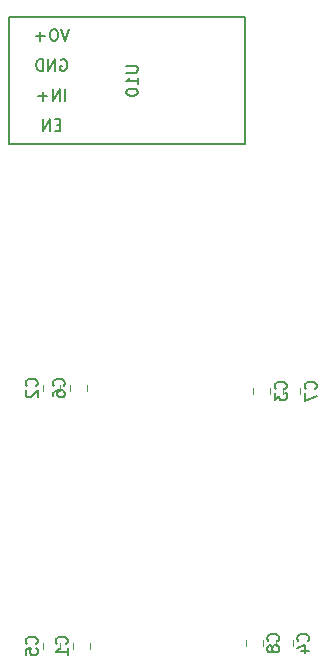
<source format=gbr>
G04 #@! TF.GenerationSoftware,KiCad,Pcbnew,5.0.0-fee4fd1~66~ubuntu18.04.1*
G04 #@! TF.CreationDate,2018-09-15T17:45:39+02:00*
G04 #@! TF.ProjectId,new-joy-board,6E65772D6A6F792D626F6172642E6B69,rev?*
G04 #@! TF.SameCoordinates,Original*
G04 #@! TF.FileFunction,Legend,Bot*
G04 #@! TF.FilePolarity,Positive*
%FSLAX46Y46*%
G04 Gerber Fmt 4.6, Leading zero omitted, Abs format (unit mm)*
G04 Created by KiCad (PCBNEW 5.0.0-fee4fd1~66~ubuntu18.04.1) date Sat Sep 15 17:45:39 2018*
%MOMM*%
%LPD*%
G01*
G04 APERTURE LIST*
%ADD10C,0.150000*%
%ADD11C,0.120000*%
G04 APERTURE END LIST*
D10*
G04 #@! TO.C,U10*
X92235000Y-33975000D02*
X92235000Y-23175000D01*
X92235000Y-23175000D02*
X112235000Y-23175000D01*
X112235000Y-23175000D02*
X112235000Y-33975000D01*
X112235000Y-33975000D02*
X92235000Y-33975000D01*
D11*
G04 #@! TO.C,C1*
X99135000Y-76183748D02*
X99135000Y-76706252D01*
X97715000Y-76183748D02*
X97715000Y-76706252D01*
G04 #@! TO.C,C2*
X96595000Y-54348748D02*
X96595000Y-54871252D01*
X95175000Y-54348748D02*
X95175000Y-54871252D01*
G04 #@! TO.C,C3*
X112955000Y-55116252D02*
X112955000Y-54593748D01*
X114375000Y-55116252D02*
X114375000Y-54593748D01*
G04 #@! TO.C,C4*
X114860000Y-76461252D02*
X114860000Y-75938748D01*
X116280000Y-76461252D02*
X116280000Y-75938748D01*
G04 #@! TO.C,C5*
X95175000Y-76183748D02*
X95175000Y-76706252D01*
X96595000Y-76183748D02*
X96595000Y-76706252D01*
G04 #@! TO.C,C6*
X97470000Y-54348748D02*
X97470000Y-54871252D01*
X98890000Y-54348748D02*
X98890000Y-54871252D01*
G04 #@! TO.C,C7*
X116915000Y-55116252D02*
X116915000Y-54593748D01*
X115495000Y-55116252D02*
X115495000Y-54593748D01*
G04 #@! TO.C,C8*
X113740000Y-76461252D02*
X113740000Y-75938748D01*
X112320000Y-76461252D02*
X112320000Y-75938748D01*
G04 #@! TO.C,U10*
D10*
X102187380Y-27336904D02*
X102996904Y-27336904D01*
X103092142Y-27384523D01*
X103139761Y-27432142D01*
X103187380Y-27527380D01*
X103187380Y-27717857D01*
X103139761Y-27813095D01*
X103092142Y-27860714D01*
X102996904Y-27908333D01*
X102187380Y-27908333D01*
X103187380Y-28908333D02*
X103187380Y-28336904D01*
X103187380Y-28622619D02*
X102187380Y-28622619D01*
X102330238Y-28527380D01*
X102425476Y-28432142D01*
X102473095Y-28336904D01*
X102187380Y-29527380D02*
X102187380Y-29622619D01*
X102235000Y-29717857D01*
X102282619Y-29765476D01*
X102377857Y-29813095D01*
X102568333Y-29860714D01*
X102806428Y-29860714D01*
X102996904Y-29813095D01*
X103092142Y-29765476D01*
X103139761Y-29717857D01*
X103187380Y-29622619D01*
X103187380Y-29527380D01*
X103139761Y-29432142D01*
X103092142Y-29384523D01*
X102996904Y-29336904D01*
X102806428Y-29289285D01*
X102568333Y-29289285D01*
X102377857Y-29336904D01*
X102282619Y-29384523D01*
X102235000Y-29432142D01*
X102187380Y-29527380D01*
X97361190Y-24217380D02*
X97027857Y-25217380D01*
X96694523Y-24217380D01*
X96170714Y-24217380D02*
X95980238Y-24217380D01*
X95885000Y-24265000D01*
X95789761Y-24360238D01*
X95742142Y-24550714D01*
X95742142Y-24884047D01*
X95789761Y-25074523D01*
X95885000Y-25169761D01*
X95980238Y-25217380D01*
X96170714Y-25217380D01*
X96265952Y-25169761D01*
X96361190Y-25074523D01*
X96408809Y-24884047D01*
X96408809Y-24550714D01*
X96361190Y-24360238D01*
X96265952Y-24265000D01*
X96170714Y-24217380D01*
X95313571Y-24836428D02*
X94551666Y-24836428D01*
X94932619Y-25217380D02*
X94932619Y-24455476D01*
X96646904Y-26805000D02*
X96742142Y-26757380D01*
X96885000Y-26757380D01*
X97027857Y-26805000D01*
X97123095Y-26900238D01*
X97170714Y-26995476D01*
X97218333Y-27185952D01*
X97218333Y-27328809D01*
X97170714Y-27519285D01*
X97123095Y-27614523D01*
X97027857Y-27709761D01*
X96885000Y-27757380D01*
X96789761Y-27757380D01*
X96646904Y-27709761D01*
X96599285Y-27662142D01*
X96599285Y-27328809D01*
X96789761Y-27328809D01*
X96170714Y-27757380D02*
X96170714Y-26757380D01*
X95599285Y-27757380D01*
X95599285Y-26757380D01*
X95123095Y-27757380D02*
X95123095Y-26757380D01*
X94885000Y-26757380D01*
X94742142Y-26805000D01*
X94646904Y-26900238D01*
X94599285Y-26995476D01*
X94551666Y-27185952D01*
X94551666Y-27328809D01*
X94599285Y-27519285D01*
X94646904Y-27614523D01*
X94742142Y-27709761D01*
X94885000Y-27757380D01*
X95123095Y-27757380D01*
X97027857Y-30297380D02*
X97027857Y-29297380D01*
X96551666Y-30297380D02*
X96551666Y-29297380D01*
X95980238Y-30297380D01*
X95980238Y-29297380D01*
X95504047Y-29916428D02*
X94742142Y-29916428D01*
X95123095Y-30297380D02*
X95123095Y-29535476D01*
X96623095Y-32313571D02*
X96289761Y-32313571D01*
X96146904Y-32837380D02*
X96623095Y-32837380D01*
X96623095Y-31837380D01*
X96146904Y-31837380D01*
X95718333Y-32837380D02*
X95718333Y-31837380D01*
X95146904Y-32837380D01*
X95146904Y-31837380D01*
G04 #@! TO.C,C1*
X97132142Y-76278333D02*
X97179761Y-76230714D01*
X97227380Y-76087857D01*
X97227380Y-75992619D01*
X97179761Y-75849761D01*
X97084523Y-75754523D01*
X96989285Y-75706904D01*
X96798809Y-75659285D01*
X96655952Y-75659285D01*
X96465476Y-75706904D01*
X96370238Y-75754523D01*
X96275000Y-75849761D01*
X96227380Y-75992619D01*
X96227380Y-76087857D01*
X96275000Y-76230714D01*
X96322619Y-76278333D01*
X97227380Y-77230714D02*
X97227380Y-76659285D01*
X97227380Y-76945000D02*
X96227380Y-76945000D01*
X96370238Y-76849761D01*
X96465476Y-76754523D01*
X96513095Y-76659285D01*
G04 #@! TO.C,C2*
X94592142Y-54443333D02*
X94639761Y-54395714D01*
X94687380Y-54252857D01*
X94687380Y-54157619D01*
X94639761Y-54014761D01*
X94544523Y-53919523D01*
X94449285Y-53871904D01*
X94258809Y-53824285D01*
X94115952Y-53824285D01*
X93925476Y-53871904D01*
X93830238Y-53919523D01*
X93735000Y-54014761D01*
X93687380Y-54157619D01*
X93687380Y-54252857D01*
X93735000Y-54395714D01*
X93782619Y-54443333D01*
X93782619Y-54824285D02*
X93735000Y-54871904D01*
X93687380Y-54967142D01*
X93687380Y-55205238D01*
X93735000Y-55300476D01*
X93782619Y-55348095D01*
X93877857Y-55395714D01*
X93973095Y-55395714D01*
X94115952Y-55348095D01*
X94687380Y-54776666D01*
X94687380Y-55395714D01*
G04 #@! TO.C,C3*
X115672142Y-54688333D02*
X115719761Y-54640714D01*
X115767380Y-54497857D01*
X115767380Y-54402619D01*
X115719761Y-54259761D01*
X115624523Y-54164523D01*
X115529285Y-54116904D01*
X115338809Y-54069285D01*
X115195952Y-54069285D01*
X115005476Y-54116904D01*
X114910238Y-54164523D01*
X114815000Y-54259761D01*
X114767380Y-54402619D01*
X114767380Y-54497857D01*
X114815000Y-54640714D01*
X114862619Y-54688333D01*
X114767380Y-55021666D02*
X114767380Y-55640714D01*
X115148333Y-55307380D01*
X115148333Y-55450238D01*
X115195952Y-55545476D01*
X115243571Y-55593095D01*
X115338809Y-55640714D01*
X115576904Y-55640714D01*
X115672142Y-55593095D01*
X115719761Y-55545476D01*
X115767380Y-55450238D01*
X115767380Y-55164523D01*
X115719761Y-55069285D01*
X115672142Y-55021666D01*
G04 #@! TO.C,C4*
X117577142Y-76033333D02*
X117624761Y-75985714D01*
X117672380Y-75842857D01*
X117672380Y-75747619D01*
X117624761Y-75604761D01*
X117529523Y-75509523D01*
X117434285Y-75461904D01*
X117243809Y-75414285D01*
X117100952Y-75414285D01*
X116910476Y-75461904D01*
X116815238Y-75509523D01*
X116720000Y-75604761D01*
X116672380Y-75747619D01*
X116672380Y-75842857D01*
X116720000Y-75985714D01*
X116767619Y-76033333D01*
X117005714Y-76890476D02*
X117672380Y-76890476D01*
X116624761Y-76652380D02*
X117339047Y-76414285D01*
X117339047Y-77033333D01*
G04 #@! TO.C,C5*
X94592142Y-76278333D02*
X94639761Y-76230714D01*
X94687380Y-76087857D01*
X94687380Y-75992619D01*
X94639761Y-75849761D01*
X94544523Y-75754523D01*
X94449285Y-75706904D01*
X94258809Y-75659285D01*
X94115952Y-75659285D01*
X93925476Y-75706904D01*
X93830238Y-75754523D01*
X93735000Y-75849761D01*
X93687380Y-75992619D01*
X93687380Y-76087857D01*
X93735000Y-76230714D01*
X93782619Y-76278333D01*
X93687380Y-77183095D02*
X93687380Y-76706904D01*
X94163571Y-76659285D01*
X94115952Y-76706904D01*
X94068333Y-76802142D01*
X94068333Y-77040238D01*
X94115952Y-77135476D01*
X94163571Y-77183095D01*
X94258809Y-77230714D01*
X94496904Y-77230714D01*
X94592142Y-77183095D01*
X94639761Y-77135476D01*
X94687380Y-77040238D01*
X94687380Y-76802142D01*
X94639761Y-76706904D01*
X94592142Y-76659285D01*
G04 #@! TO.C,C6*
X96887142Y-54443333D02*
X96934761Y-54395714D01*
X96982380Y-54252857D01*
X96982380Y-54157619D01*
X96934761Y-54014761D01*
X96839523Y-53919523D01*
X96744285Y-53871904D01*
X96553809Y-53824285D01*
X96410952Y-53824285D01*
X96220476Y-53871904D01*
X96125238Y-53919523D01*
X96030000Y-54014761D01*
X95982380Y-54157619D01*
X95982380Y-54252857D01*
X96030000Y-54395714D01*
X96077619Y-54443333D01*
X95982380Y-55300476D02*
X95982380Y-55110000D01*
X96030000Y-55014761D01*
X96077619Y-54967142D01*
X96220476Y-54871904D01*
X96410952Y-54824285D01*
X96791904Y-54824285D01*
X96887142Y-54871904D01*
X96934761Y-54919523D01*
X96982380Y-55014761D01*
X96982380Y-55205238D01*
X96934761Y-55300476D01*
X96887142Y-55348095D01*
X96791904Y-55395714D01*
X96553809Y-55395714D01*
X96458571Y-55348095D01*
X96410952Y-55300476D01*
X96363333Y-55205238D01*
X96363333Y-55014761D01*
X96410952Y-54919523D01*
X96458571Y-54871904D01*
X96553809Y-54824285D01*
G04 #@! TO.C,C7*
X118212142Y-54688333D02*
X118259761Y-54640714D01*
X118307380Y-54497857D01*
X118307380Y-54402619D01*
X118259761Y-54259761D01*
X118164523Y-54164523D01*
X118069285Y-54116904D01*
X117878809Y-54069285D01*
X117735952Y-54069285D01*
X117545476Y-54116904D01*
X117450238Y-54164523D01*
X117355000Y-54259761D01*
X117307380Y-54402619D01*
X117307380Y-54497857D01*
X117355000Y-54640714D01*
X117402619Y-54688333D01*
X117307380Y-55021666D02*
X117307380Y-55688333D01*
X118307380Y-55259761D01*
G04 #@! TO.C,C8*
X115037142Y-76033333D02*
X115084761Y-75985714D01*
X115132380Y-75842857D01*
X115132380Y-75747619D01*
X115084761Y-75604761D01*
X114989523Y-75509523D01*
X114894285Y-75461904D01*
X114703809Y-75414285D01*
X114560952Y-75414285D01*
X114370476Y-75461904D01*
X114275238Y-75509523D01*
X114180000Y-75604761D01*
X114132380Y-75747619D01*
X114132380Y-75842857D01*
X114180000Y-75985714D01*
X114227619Y-76033333D01*
X114560952Y-76604761D02*
X114513333Y-76509523D01*
X114465714Y-76461904D01*
X114370476Y-76414285D01*
X114322857Y-76414285D01*
X114227619Y-76461904D01*
X114180000Y-76509523D01*
X114132380Y-76604761D01*
X114132380Y-76795238D01*
X114180000Y-76890476D01*
X114227619Y-76938095D01*
X114322857Y-76985714D01*
X114370476Y-76985714D01*
X114465714Y-76938095D01*
X114513333Y-76890476D01*
X114560952Y-76795238D01*
X114560952Y-76604761D01*
X114608571Y-76509523D01*
X114656190Y-76461904D01*
X114751428Y-76414285D01*
X114941904Y-76414285D01*
X115037142Y-76461904D01*
X115084761Y-76509523D01*
X115132380Y-76604761D01*
X115132380Y-76795238D01*
X115084761Y-76890476D01*
X115037142Y-76938095D01*
X114941904Y-76985714D01*
X114751428Y-76985714D01*
X114656190Y-76938095D01*
X114608571Y-76890476D01*
X114560952Y-76795238D01*
G04 #@! TD*
M02*

</source>
